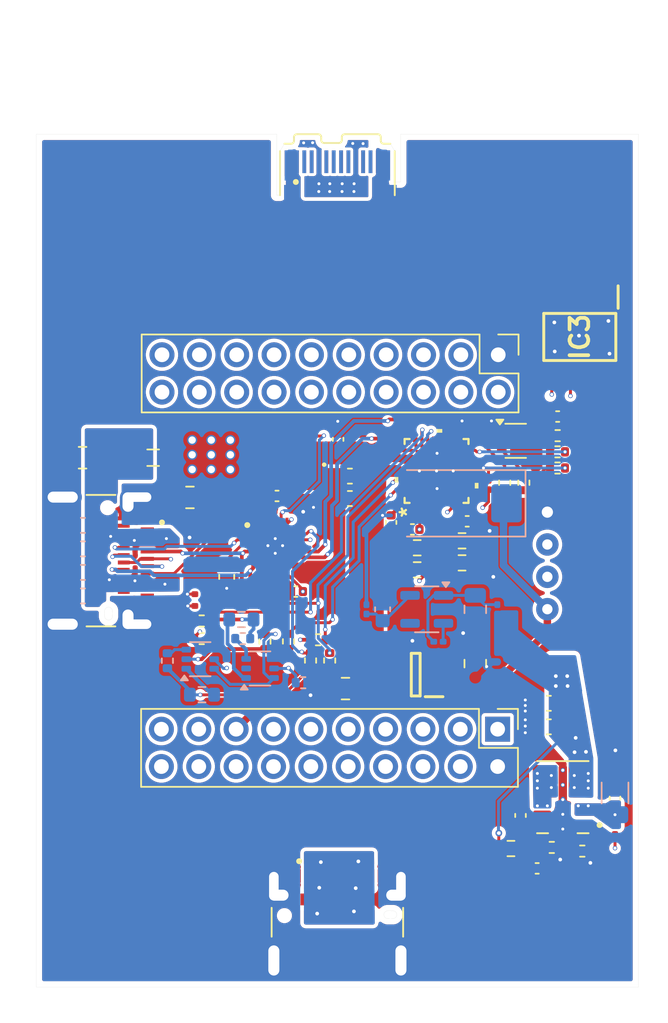
<source format=kicad_pcb>
(kicad_pcb (version 20241229) (generator "pcbnew") (generator_version "9.0")
  (layers (0 "F.Cu" signal) (4 "In1.Cu" signal) (6 "In2.Cu" signal) (2 "B.Cu" signal) (13 "F.Paste" user) (15 "B.Paste" user) (5 "F.SilkS" user "F.Silkscreen") (7 "B.SilkS" user "B.Silkscreen") (1 "F.Mask" user) (3 "B.Mask" user) (25 "Edge.Cuts" user))
  (net 0 "")
  (net 1 "/VBUS_LV")
  (net 2 "GND")
  (net 3 "/VBUS_C")
  (net 4 "+48V")
  (net 5 "Net-(IC2-VBIAS)")
  (net 6 "Net-(PS1-VCC)")
  (net 7 "/EPR_EN")
  (net 8 "/C_CC2")
  (net 9 "/C_SBU2")
  (net 10 "Net-(PS1-FB{slash}BIAS)")
  (net 11 "Net-(IC2-RPD_G2)")
  (net 12 "/C_CC1")
  (net 13 "Net-(IC2-EPR_BLK_G)")
  (net 14 "Net-(IC2-RPD_G1)")
  (net 15 "/C_SBU1")
  (net 16 "Net-(IC1-IN)")
  (net 47 "Net-(U2-VOUT)")
  (net 56 "Net-(U2-VIN)")
  (net 57 "+3V3")
  (net 58 "/CC2")
  (net 60 "/CC1")
  (net 61 "/ADCIN2")
  (net 64 "Net-(IC1-EN)")
  (net 65 "/SBU2")
  (net 67 "/SBU1")
  (net 69 "/I2Cc_SDA")
  (net 70 "/I2Cc_SCL")
  (net 71 "/GPIO4")
  (net 72 "/GPIO5")
  (net 74 "Net-(PS1-SW-Pad5)")
  (net 76 "Net-(PS1-RT)")
  (net 77 "/ADCIN1")
  (net 78 "D00")
  (net 85 "/GPIO_PF")
  (net 86 "/GPIO_NF")
  (net 87 "Net-(U2-EN)")
  (net 88 "/I2Cc_IRQ")
  (net 89 "/GPIO7")
  (net 90 "/GPIO6")
  (net 92 "+1V5")
  (net 94 "+7V")
  (net 95 "+5V")
  (net 97 "/VIN_3V3")
  (net 98 "Net-(R101-Pad2)")
  (net 99 "Net-(R100-Pad1)")
  (net 101 "Net-(Q2A-D)")
  (net 102 "Net-(Q2B-D)")
  (net 103 "Net-(Q2A-G)")
  (net 104 "Net-(Q3B-D)")
  (net 105 "Net-(Q3A-S)")
  (net 106 "Net-(Q9A-S)")
  (net 107 "Net-(Q9B-D)")
  (net 111 "Net-(PS1-EN)")
  (net 112 "/PD_D_P")
  (net 113 "/PD_D_N")
  (net 146 "Net-(Q9A-G)")
  (footprint "Capacitor_SMD:C_0201_0603Metric" (layer "F.Cu") (at 121.45 77.25 180)
    (property "Reference" "C2" (hide yes))
    (property "Value" "100nF")
  )
  (footprint "Resistor_SMD:R_0402_1005Metric" (layer "F.Cu") (at 146.44 73.7)
    (property "Reference" "R7" (hide yes))
    (property "Value" "2.20k")
  )
  (footprint "Resistor_SMD:R_0402_1005Metric" (layer "F.Cu") (at 148.125 99.75)
    (property "Reference" "R28" (hide yes))
    (property "Value" "19.6k")
  )
  (footprint "Resistor_SMD:R_0402_1005Metric" (layer "F.Cu") (at 146.05 99.5)
    (property "Reference" "R29" (hide yes))
    (property "Value" "10.0K")
  )
  (footprint "Capacitor_SMD:C_0805_2012Metric" (layer "F.Cu") (at 114.15 73 180)
    (property "Reference" "C3" (hide yes))
    (property "Value" "4.7uF")
  )
  (footprint "Library:SOT95P280X145-5N" (layer "F.Cu") (at 136.8 87.75 180)
    (property "Reference" "IC1" (hide yes))
    (property "Value" "TPS7A2450DBVR" (hide yes))
  )
  (footprint "Resistor_SMD:R_0201_0603Metric" (layer "F.Cu") (at 125.65 82.4 180)
    (property "Reference" "R10" (hide yes))
    (property "Value" "0")
  )
  (footprint "Capacitor_SMD:C_0402_1005Metric" (layer "F.Cu") (at 150.35 96.15 90)
    (property "Reference" "C22" (hide yes))
    (property "Value" "0.1uF")
  )
  (footprint "Resistor_SMD:R_0201_0603Metric" (layer "F.Cu") (at 139.35 87.7 90)
    (property "Reference" "R22" (hide yes))
    (property "Value" "0")
  )
  (footprint "Library:JAE_DX07P024AJ1R1500" (layer "F.Cu") (at 131.475 51 180)
    (property "Reference" "J2" (hide yes))
    (property "Value" "DX07P024AJ1R1500")
    (fp_line (start 4.125 -4.15) (end 4.125 0) (stroke (width 0.01)) (layer "Edge.Cuts"))
    (fp_line (start 3.9 -1.15) (end 3.9 -4.15) (stroke (width 0.01)) (layer "Edge.Cuts"))
    (fp_line (start 3.9 -4.15) (end 4.125 -4.15) (stroke (width 0.01)) (layer "Edge.Cuts"))
    (fp_line (start 3.6 -0.65) (end 3.9 -1.15) (stroke (width 0.01)) (layer "Edge.Cuts"))
    (fp_line (start 3.6 -0.65) (end 3.15 -0.65) (stroke (width 0.01)) (layer "Edge.Cuts"))
    (fp_line (start 2.95 -0.45) (end 2.95 -0.2) (stroke (width 0.01)) (layer "Edge.Cuts"))
    (fp_line (start 2.75 0) (end 1.3 0) (stroke (width 0.01)) (layer "Edge.Cuts"))
    (fp_line (start 1.1 -0.2) (end 1.1 -0.4) (stroke (width 0.01)) (layer "Edge.Cuts"))
    (fp_line (start 0.9 -0.6) (end -0.1 -0.6) (stroke (width 0.01)) (layer "Edge.Cuts"))
    (fp_line (start -0.3 -0.4) (end -0.3 -0.2) (stroke (width 0.01)) (layer "Edge.Cuts"))
    (fp_line (start -0.5 0) (end -2.75 0) (stroke (width 0.01)) (layer "Edge.Cuts"))
    (fp_line (start -2.95 -0.2) (end -2.95 -0.45) (stroke (width 0.01)) (layer "Edge.Cuts"))
    (fp_line (start -3.15 -0.65) (end -3.6 -0.65) (stroke (width 0.01)) (layer "Edge.Cuts"))
    (fp_line (start -3.6 -0.65) (end -3.9 -1.15) (stroke (width 0.01)) (layer "Edge.Cuts"))
    (fp_line (start -3.9 -1.15) (end -3.9 -3.25) (stroke (width 0.01)) (layer "Edge.Cuts"))
    (fp_line (start -3.9 -3.25) (end -4.3 -3.25) (stroke (width 0.01)) (layer "Edge.Cuts"))
    (fp_line (start -4.3 -3.25) (end -4.3 0) (stroke (width 0.01)) (layer "Edge.Cuts"))
    (fp_arc (start 2.95 -0.2) (mid 2.891421 -0.058579) (end 2.75 0) (stroke (width 0.01)) (layer "Edge.Cuts"))
    (fp_arc (start 2.95 -0.45) (mid 3.008579 -0.591421) (end 3.15 -0.65) (stroke (width 0.01)) (layer "Edge.Cuts"))
    (fp_arc (start 1.3 0) (mid 1.158579 -0.058579) (end 1.1 -0.2) (stroke (width 0.01)) (layer "Edge.Cuts"))
    (fp_arc (start 0.9 -0.6) (mid 1.041421 -0.541421) (end 1.1 -0.4) (stroke (width 0.01)) (layer "Edge.Cuts"))
    (fp_arc (start -0.3 -0.2) (mid -0.358579 -0.058579) (end -0.5 0) (stroke (width 0.01)) (layer "Edge.Cuts"))
    (fp_arc (start -0.3 -0.4) (mid -0.241421 -0.541421) (end -0.1 -0.6) (stroke (width 0.01)) (layer "Edge.Cuts"))
    (fp_arc (start -2.75 0) (mid -2.891421 -0.058579) (end -2.95 -0.2) (stroke (width 0.01)) (layer "Edge.Cuts"))
    (fp_arc (start -3.15 -0.65) (mid -3.008579 -0.591421) (end -2.95 -0.45) (stroke (width 0.01)) (layer "Edge.Cuts"))
  )
  (footprint "Capacitor_SMD:C_0402_1005Metric" (layer "F.Cu") (at 131.525 71.75 90)
    (property "Reference" "C15" (hide yes))
    (property "Value" "0.1uF")
  )
  (footprint "Library:QFN40P300X300X80-21N-D" (layer "F.Cu") (at 127.25 78.98)
    (property "Reference" "IC2" (hide yes))
    (property "Value" "TPD4S480RUKR" (hide yes))
  )
  (footprint "Resistor_SMD:R_0402_1005Metric" (layer "F.Cu") (at 142.85 74.7 90)
    (property "Reference" "R8" (hide yes))
    (property "Value" "10.0k")
  )
  (footprint "Resistor_SMD:R_0603_1608Metric" (layer "F.Cu") (at 139.95 80.15)
    (property "Reference" "R14" (hide yes))
    (property "Value" "100k")
  )
  (footprint "Capacitor_SMD:C_0805_2012Metric" (layer "F.Cu") (at 132.025 88.7 180)
    (property "Reference" "C20" (hide yes))
    (property "Value" "1uF")
  )
  (footprint "Library:CSD18543Q3A" (layer "F.Cu") (at 128.225 72.5 180)
    (property "Reference" "Q1" (hide yes))
    (property "Value" "CSD18543Q3A" (hide yes))
  )
  (footprint "Resistor_SMD:R_0603_1608Metric" (layer "F.Cu") (at 139.95 78.65)
    (property "Reference" "R16" (hide yes))
    (property "Value" "470")
  )
  (footprint "Resistor_SMD:R_0402_1005Metric" (layer "F.Cu") (at 129.65 86.79 -90)
    (property "Reference" "R103" (hide yes))
    (property "Value" "0")
  )
  (footprint "footprints:CONV_TPSM365R15RDNR" (layer "F.Cu") (at 146.8 96.02 180)
    (property "Reference" "PS1" (hide yes))
    (property "Value" "TPSM365R15RDNR")
  )
  (footprint "Resistor_SMD:R_0603_1608Metric" (layer "F.Cu") (at 143.275 99.575)
    (property "Reference" "R24" (hide yes))
    (property "Value" "60.4k")
  )
  (footprint "Resistor_SMD:R_0402_1005Metric" (layer "F.Cu") (at 122.25 85.3 180)
    (property "Reference" "R104" (hide yes))
    (property "Value" "0")
  )
  (footprint "Connector_PinHeader_2.54mm:PinHeader_2x10_P2.54mm_Vertical" (layer "F.Cu") (at 142.41 66 -90)
    (property "Reference" "J3" (hide yes))
    (property "Value" "Conn_02x10_Counter_Clockwise")
  )
  (footprint "Capacitor_SMD:C_0805_2012Metric" (layer "F.Cu") (at 140.85 87 90)
    (property "Reference" "C19" (hide yes))
    (property "Value" "1uF")
  )
  (footprint "Capacitor_SMD:C_0402_1005Metric" (layer "F.Cu") (at 127.37 75.6)
    (property "Reference" "C1" (hide yes))
    (property "Value" "0.1uF")
  )
  (footprint "Package_TO_SOT_SMD:SOT-363_SC-70-6" (layer "F.Cu") (at 143.6 71.85)
    (property "Reference" "Q2" (hide yes))
    (property "Value" "2N7002DW")
  )
  (footprint "Capacitor_SMD:C_0402_1005Metric" (layer "F.Cu") (at 145.055 100.925)
    (property "Reference" "C24" (hide yes))
    (property "Value" "10pF")
  )
  (footprint "Resistor_SMD:R_0402_1005Metric" (layer "F.Cu") (at 128.15 85.49 -90)
    (property "Reference" "R98" (hide yes))
    (property "Value" "0")
  )
  (footprint "Capacitor_SMD:C_0603_1608Metric" (layer "F.Cu") (at 123.95 81.105 -90)
    (property "Reference" "C11" (hide yes))
    (property "Value" "0.47uF")
  )
  (footprint "Resistor_SMD:R_0402_1005Metric" (layer "F.Cu") (at 130.16 85.38)
    (property "Reference" "R107" (hide yes))
    (property "Value" "0")
  )
  (footprint "Library:SOIC127P600X175-8N" (layer "F.Cu") (at 147.955 64.788 -90)
    (property "Reference" "IC3")
    (property "Value" "CAT24C512WI-GT3" (hide yes))
  )
  (footprint "Resistor_SMD:R_0201_0603Metric" (layer "F.Cu") (at 122.105 83.08)
    (property "Reference" "R19" (hide yes))
    (property "Value" "0")
  )
  (footprint "Resistor_SMD:R_0201_0603Metric" (layer "F.Cu") (at 122.105 82.28 180)
    (property "Reference" "R17" (hide yes))
    (property "Value" "0")
  )
  (footprint "Capacitor_SMD:C_0402_1005Metric" (layer "F.Cu") (at 136.575 77.875 180)
    (property "Reference" "C16" (hide yes))
    (property "Value" "10uF")
  )
  (footprint "Resistor_SMD:R_0201_0603Metric" (layer "F.Cu") (at 150.35 98.3 90)
    (property "Reference" "R23" (hide yes))
    (property "Value" "0")
  )
  (footprint "Capacitor_SMD:C_0402_1005Metric" (layer "F.Cu") (at 128.65 82.1 180)
    (property "Reference" "C10" (hide yes))
    (property "Value" "0.1uF")
  )
  (footprint "Capacitor_SMD:C_0603_1608Metric" (layer "F.Cu") (at 132.325 74.25 180)
    (property "Reference" "C14" (hide yes))
    (property "Value" "10uF")
  )
  (footprint "Resistor_SMD:R_0402_1005Metric" (layer "F.Cu") (at 144.15 74.7 90)
    (property "Reference" "R2" (hide yes))
    (property "Value" "1.00k")
  )
  (footprint "Resistor_SMD:R_0402_1005Metric" (layer "F.Cu") (at 146.44 72.6)
    (property "Reference" "R6" (hide yes))
    (property "Value" "2.20k")
  )
  (footprint "Resistor_SMD:R_0603_1608Metric" (layer "F.Cu") (at 136.9 80.625 180)
    (property "Reference" "R13" (hide yes))
    (property "Value" "470")
  )
  (footprint "Library:fakemag4pin90degFemale" (layer "F.Cu") (at 145.75 80 180)
    (property "Reference" "U26" (hide yes))
    (property "Value" "fakeMag4pinFemale")
  )
  (footprint "Connector_PinHeader_2.54mm:PinHeader_2x10_P2.54mm_Vertical" (layer "F.Cu") (at 142.37 91.46 -90)
    (property "Reference" "J4" (hide yes))
    (property "Value" "Conn_02x10_Counter_Clockwise")
  )
  (footprint "Capacitor_SMD:C_0201_0603Metric" (layer "F.Cu") (at 135.1 71.9 90)
    (property "Reference" "C8" (hide yes))
    (property "Value" "220pF")
  )
  (footprint "Capacitor_SMD:C_0603_1608Metric" (layer "F.Cu") (at 145.85 91.3 180)
    (property "Reference" "C26" (hide yes))
    (property "Value" "22uF")
  )
  (footprint "Resistor_SMD:R_0402_1005Metric" (layer "F.Cu") (at 130.95 86.79 -90)
    (property "Reference" "R99" (hide yes))
    (property "Value" "0")
  )
  (footprint "Capacitor_SMD:C_0402_1005Metric" (layer "F.Cu") (at 146.45 70.2 180)
    (property "Reference" "C12" (hide yes))
    (property "Value" "0.1uF")
  )
  (footprint "Library:JAE_DX07S024JJ2R1300" (layer "F.Cu") (at 115.85 80 -90)
    (property "Reference" "J5" (hide yes))
    (property "Value" "DX07S024JJ2R1300")
    (fp_line (start 3.775 0.2) (end 3.425 0.2) (stroke (width 0.01)) (layer "Edge.Cuts"))
    (fp_line (start 3.425 -0.33) (end 3.775 -0.33) (stroke (width 0.01)) (layer "Edge.Cuts"))
    (fp_arc (start 3.425 0.2) (mid 3.237617 0.122383) (end 3.16 -0.065) (stroke (width 0.01)) (layer "Edge.Cuts"))
    (fp_arc (start 3.16 -0.065) (mid 3.237617 -0.252383) (end 3.425 -0.33) (stroke (width 0.01)) (layer "Edge.Cuts"))
    (fp_arc (start 4.04 -0.065) (mid 3.962383 0.122383) (end 3.775 0.2) (stroke (width 0.01)) (layer "Edge.Cuts"))
    (fp_arc (start 3.775 -0.33) (mid 3.962383 -0.252383) (end 4.04 -0.065) (stroke (width 0.01)) (layer "Edge.Cuts"))
  )
  (footprint "Resistor_SMD:R_0402_1005Metric" (layer "F.Cu") (at 122.25 84.1 180)
    (property "Reference" "R100" (hide yes))
    (property "Value" "0")
  )
  (footprint "footprints:VQFN32_RSM_TEX" (layer "F.Cu") (at 138.2161 73.9 90)
    (property "Reference" "U1" (hide yes))
    (property "Value" "TPS26750SRSMR")
  )
  (footprint "Inductor_SMD:L_0805_2012Metric" (layer "F.Cu") (at 118.95 73 180)
    (property "Reference" "FB1" (hide yes))
    (property "Value" "22 ohm")
  )
  (footprint "Capacitor_SMD:C_0201_0603Metric" (layer "F.Cu") (at 136.2 70.9 180)
    (property "Reference" "C9" (hide yes))
    (property "Value" "220pF")
  )
  (footprint "Capacitor_SMD:C_0402_1005Metric" (layer "F.Cu") (at 140.3 77.325)
    (property "Reference" "C17" (hide yes))
    (property "Value" "10uF")
  )
  (footprint "Library:JAE_DX07S024JJ2R1300" (layer "F.Cu") (at 131.475 104.1375)
    (property "Reference" "J6" (hide yes))
    (property "Value" "DX07S024JJ2R1300")
    (fp_line (start 3.425 -0.33) (end 3.775 -0.33) (stroke (width 0.01)) (layer "Edge.Cuts"))
    (fp_line (start 3.775 0.2) (end 3.425 0.2) (stroke (width 0.01)) (layer "Edge.Cuts"))
    (fp_arc (start 3.16 -0.065) (mid 3.237617 -0.252383) (end 3.425 -0.33) (stroke (width 0.01)) (layer "Edge.Cuts"))
    (fp_arc (start 3.425 0.2) (mid 3.237617 0.122383) (end 3.16 -0.065) (stroke (width 0.01)) (layer "Edge.Cuts"))
    (fp_arc (start 3.775 -0.33) (mid 3.962383 -0.252383) (end 4.04 -0.065) (stroke (width 0.01)) (layer "Edge.Cuts"))
    (fp_arc (start 4.04 -0.065) (mid 3.962383 0.122383) (end 3.775 0.2) (stroke (width 0.01)) (layer "Edge.Cuts"))
  )
  (footprint "Resistor_SMD:R_0201_0603Metric" (layer "F.Cu") (at 141.75 74.855 -90)
    (property "Reference" "R12" (hide yes))
    (property "Value" "100k")
  )
  (footprint "Capacitor_SMD:C_0402_1005Metric" (layer "F.Cu") (at 143.925 97.325 90)
    (property "Reference" "C23" (hide yes))
    (property "Value" "1uF")
  )
  (footprint "Resistor_SMD:R_0402_1005Metric" (layer "F.Cu") (at 126.55 85.5 -90)
    (property "Reference" "R97" (hide yes))
    (property "Value" "100k")
  )
  (footprint "Capacitor_SMD:C_0402_1005Metric" (layer "F.Cu") (at 135.125 77.4 -90)
    (property "Reference" "C18" (hide yes))
    (property "Value" "10uF")
  )
  (footprint "Resistor_SMD:R_0402_1005Metric" (layer "F.Cu") (at 146.45 71.5 180)
    (property "Reference" "R1" (hide yes))
    (property "Value" "1.00k")
  )
  (footprint "Capacitor_SMD:C_0805_2012Metric" (layer "F.Cu") (at 121.45 75.7 180)
    (property "Reference" "C80" (hide yes))
    (property "Value" "4.7uF")
  )
  (footprint "Resistor_SMD:R_0603_1608Metric" (layer "F.Cu") (at 136.9 79.125 180)
    (property "Reference" "R15" (hide yes))
    (property "Value" "100k")
  )
  (footprint "Capacitor_SMD:C_0603_1608Metric" (layer "F.Cu") (at 145.85 89.7 180)
    (property "Reference" "C25" (hide yes))
    (property "Value" "22uF")
  )
  (footprint "Resistor_SMD:R_0201_0603Metric" (layer "F.Cu") (at 125.85 81.6 180)
    (property "Reference" "R11" (hide yes))
    (property "Value" "0")
  )
  (footprint "Capacitor_SMD:C_0603_1608Metric" (layer "F.Cu") (at 132.325 75.775 180)
    (property "Reference" "C13" (hide yes))
    (property "Value" "10uF")
  )
  (footprint "Capacitor_SMD:C_0603_1608Metric" (layer "B.Cu") (at 114.175 79.2 180)
    (property "Reference" "C5" (hide yes))
    (property "Value" "10nF")
  )
  (footprint "Capacitor_SMD:C_0603_1608Metric" (layer "B.Cu") (at 114.175 82.4 180)
    (property "Reference" "C7" (hide yes))
    (property "Value" "10nF")
  )
  (footprint "Resistor_SMD:R_0402_1005Metric" (layer "B.Cu") (at 119.917211 86.805138 90)
    (property "Reference" "R105" (hide yes))
    (property "Value" "1.00M")
  )
  (footprint "Resistor_SMD:R_0603_1608Metric" (layer "B.Cu") (at 122.269972 89.114491 180)
    (property "Reference" "R101" (hide yes))
    (property "Value" "101")
  )
  (footprint "Capacitor_SMD:C_1206_3216Metric" (layer "B.Cu") (at 150.35 95.8 90)
    (property "Reference" "C21" (hide yes))
    (property "Value" "2.2uF")
  )
  (footprint "Resistor_SMD:R_0201_0603Metric" (layer "B.Cu") (at 138.345 85.51)
    (property "Reference" "R27" (hide yes))
    (property "Value" "0")
  )
  (footprint "Resistor_SMD:R_0603_1608Metric" (layer "B.Cu") (at 124.95 84)
    (property "Reference" "R102" (hide yes))
    (property "Value" "249k")
  )
  (footprint "Resistor_SMD:R_0201_0603Metric" (layer "B.Cu") (at 142.35 86.565 -90)
    (property "Reference" "R21" (hide yes))
    (property "Value" "0")
  )
  (footprint "Capacitor_SMD:C_0805_2012Metric" (layer "B.Cu") (at 140.85 83.31 -90)
    (property "Reference" "C28" (hide yes))
    (property "Value" "1uF")
  )
  (footprint "Resistor_SMD:R_0201_0603Metric" (layer "B.Cu") (at 133.45 83.31 90)
    (property "Reference" "R26" (hide yes))
    (property "Value" "0")
  )
  (footprint "Resistor_SMD:R_0402_1005Metric" (layer "B.Cu") (at 125.04 85.3 180)
    (property "Reference" "R106" (hide yes))
    (property "Value" "1.00M")
  )
  (footprint "Capacitor_Tantalum_SMD:CP_EIA-7343-15_Kemet-W" (layer "B.Cu") (at 139.85 76.1 180)
    (property "Reference" "C30" (hide yes))
    (property "Value" "1000uF")
  )
  (footprint "Capacitor_SMD:C_0603_1608Metric" (layer "B.Cu") (at 114.175 77.6 180)
    (property "Reference" "C4" (hide yes))
    (property "Value" "10nF")
  )
  (footprint "Resistor_SMD:R_0402_1005Metric" (layer "B.Cu") (at 129.15 88.3)
    (property "Reference" "R108" (hide yes))
    (property "Value" "100k")
  )
  (footprint "Package_TO_SOT_SMD:SOT-23-5" (layer "B.Cu") (at 137.55 83.31 180)
    (property "Reference" "U2" (hide yes))
    (property "Value" "TPS76333")
  )
  (footprint "Resistor_SMD:R_0201_0603Metric" (layer "B.Cu") (at 142.35 83.31 90)
    (property "Reference" "R25" (hide yes))
    (property "Value" "0")
  )
  (footprint "Capacitor_SMD:C_0603_1608Metric" (layer "B.Cu") (at 114.175 80.8 180)
    (property "Reference" "C6" (hide yes))
    (property "Value" "10nF")
  )
  (footprint "Capacitor_SMD:C_0603_1608Metric" (layer "B.Cu") (at 134.55 83.31 90)
    (property "Reference" "C27" (hide yes))
    (property "Value" "2.2uF")
  )
  (footprint "Package_TO_SOT_SMD:SOT-363_SC-70-6" (layer "B.Cu") (at 122.15 86.7)
    (property "Reference" "Q9" (hide yes))
    (property "Value" "2N7002DW")
  )
  (footprint "Package_TO_SOT_SMD:SOT-363_SC-70-6" (layer "B.Cu") (at 126.22 87.33)
    (property "Reference" "Q3" (hide yes))
    (property "Value" "2N7002DW")
  )
  (gr_line (start 151.95 51) (end 135.775 51) (stroke (width 0.01)) (layer "Edge.Cuts"))
  (gr_line (start 111 51) (end 127.35 51) (stroke (width 0.01)) (layer "Edge.Cuts"))
  (gr_line (start 151.95 109) (end 111 109) (stroke (width 0.01)) (layer "Edge.Cuts"))
  (gr_line (start 111 109) (end 111 51) (stroke (width 0.01)) (layer "Edge.Cuts"))
  (gr_line (start 151.95 51) (end 151.95 109) (stroke (width 0.01)) (layer "Edge.Cuts"))
  (segment (start 129.75 73.5) (end 129.775 73.475) (width 0.2) (layer "F.Cu") (net 1))
  (segment (start 126.85 77.48) (end 126.85 75.64) (width 0.2) (layer "F.Cu") (net 1))
  (segment (start 126.85 75.64) (end 126.89 75.6) (width 0.2) (layer "F.Cu") (net 1))
  (segment (start 126.89 75.6) (end 127.89 74.6) (width 0.2) (layer "F.Cu") (net 1))
  (segment (start 127.89 74.6) (end 129.75 74.6) (width 0.2) (layer "F.Cu") (net 1))
  (segment (start 129.75 74.6) (end 129.75 73.5) (width 0.2) (layer "F.Cu") (net 1))
  (segment (start 113.2 73) (end 113.2 75.48) (width 0.2) (layer "F.Cu") (net 2))
  (segment (start 146.8 93.85) (end 145.075 92.125) (width 0.508) (layer "F.Cu") (net 2))
  (segment (start 138.816099 71.9339) (end 138.816099 72.512499) (width 0.2) (layer "F.Cu") (net 2))
  (segment (start 139.55 74.1) (end 139.35 73.9) (width 0.2) (layer "F.Cu") (net 2))
  (segment (start 146.8 94.25) (end 146.8 93.85) (width 0.508) (layer "F.Cu") (net 2))
  (segment (start 138.628598 72.7) (end 138.25 72.7) (width 0.2) (layer "F.Cu") (net 2))
  (segment (start 145.075 90.525) (end 145.05 90.55) (width 0.508) (layer "F.Cu") (net 2))
  (segment (start 139.35 73.553602) (end 139.603601 73.300001) (width 0.2) (layer "F.Cu") (net 2))
  (segment (start 128.75 78.98) (end 127.75 78.98) (width 0.2) (layer "F.Cu") (net 2))
  (segment (start 139.35 73.9) (end 139.35 73.553602) (width 0.2) (layer "F.Cu") (net 2))
  (segment (start 139.603601 73.300001) (end 140.1822 73.300001) (width 0.2) (layer "F.Cu") (net 2))
  (segment (start 145.075 89.7) (end 145.075 90.525) (width 0.508) (layer "F.Cu") (net 2))
  (segment (start 113.2 75.48) (end 113 75.68) (width 0.2) (layer "F.Cu") (net 2))
  (segment (start 145.05 91.275) (end 145.075 91.3) (width 0.508) (layer "F.Cu") (net 2))
  (segment (start 145.05 90.55) (end 145.05 91.275) (width 0.508) (layer "F.Cu") (net 2))
  (segment (start 145.075 92.125) (end 145.075 91.3) (width 0.508) (layer "F.Cu") (net 2))
  (segment (start 127.25 80.48) (end 127.25 81.18) (width 0.2) (layer "F.Cu") (net 2))
  (segment (start 140.1822 74.1) (end 139.55 74.1) (width 0.2) (layer "F.Cu") (net 2))
  (segment (start 127.25 77.48) (end 127.25 78.5) (width 0.2) (layer "F.Cu") (net 2))
  (segment (start 127.25 80.48) (end 127.25 79.5) (width 0.2) (layer "F.Cu") (net 2))
  (segment (start 127.25 81.18) (end 128.17 82.1) (width 0.2) (layer "F.Cu") (net 2))
  (segment (start 138.816099 72.512499) (end 138.628598 72.7) (width 0.2) (layer "F.Cu") (net 2))
  (via (at 129.15 76.675) (size 0.4572) (drill 0.254) (layers "F.Cu" "B.Cu") (net 2))
  (via (at 138.25 75.1) (size 0.3) (drill 0.2) (layers "F.Cu" "B.Cu") (net 2))
  (via (at 131.5 70.525) (size 0.3) (drill 0.2) (layers "F.Cu" "B.Cu") (net 2))
  (via (at 142.075 81.1) (size 0.4572) (drill 0.254) (layers "F.Cu" "B.Cu") (net 2))
  (via (at 137.05 73.9) (size 0.3) (drill 0.2) (layers "F.Cu" "B.Cu") (net 2))
  (via (at 127.75 78.98) (size 0.3) (drill 0.2) (layers "F.Cu" "B.Cu") (net 2))
  (via (at 144.25 91.25) (size 0.3) (drill 0.2) (layers "F.Cu" "B.Cu") (net 2))
  (via (at 127.25 79.5) (size 0.3) (drill 0.2) (layers "F.Cu" "B.Cu") (net 2))
  (via (at 127.25 78.5) (size 0.3) (drill 0.2) (layers "F.Cu" "B.Cu") (net 2))
  (via (at 144.25 91.7) (size 0.3) (drill 0.2) (layers "F.Cu" "B.Cu") (net 2))
  (via (at 138.2161 73.9) (size 0.3) (drill 0.2) (layers "F.Cu" "B.Cu") (net 2))
  (via (at 121.425 78.425) (size 0.4572) (drill 0.254) (layers "F.Cu" "B.Cu") (net 2))
  (via (at 144.25 89.85) (size 0.3) (drill 0.2) (layers "F.Cu" "B.Cu") (net 2))
  (via (at 147.9 64.7) (size 0.4572) (drill 0.254) (layers "F.Cu" "B.Cu") (net 2))
  (via (at 146.25 65.775) (size 0.4572) (drill 0.254) (layers "F.Cu" "B.Cu") (net 2))
  (via (at 149.9 63.7) (size 0.4572) (drill 0.254) (layers "F.Cu" "B.Cu") (net 2))
  (via (at 146.625 100.325) (size 0.4572) (drill 0.254) (layers "F.Cu" "B.Cu") (net 2))
  (via (at 141.825 77.975) (size 0.4572) (drill 0.254) (layers "F.Cu" "B.Cu") (net 2))
  (via (at 129.85 76.375) (size 0.3) (drill 0.2) (layers "F.Cu" "B.Cu") (net 2))
  (via (at 140.025 84.925) (size 0.4572) (drill 0.254) (layers "F.Cu" "B.Cu") (net 2))
  (via (at 150.375 92.9) (size 0.4572) (drill 0.254) (layers "F.Cu" "B.Cu") (net 2))
  (via (at 144.25 90.825) (size 0.3) (drill 0.2) (layers "F.Cu" "B.Cu") (net 2))
  (via (at 144.25 90.225) (size 0.3) (drill 0.2) (layers "F.Cu" "B.Cu") (net 2))
  (via (at 139.35 73.9) (size 0.3) (drill 0.2) (layers "F.Cu" "B.Cu") (net 2))
  (via (at 136.575 85.45) (size 0.4572) (drill 0.254) (layers "F.Cu" "B.Cu") (net 2))
  (via (at 139.95 70.5) (size 0.3) (drill 0.2) (layers "F.Cu" "B.Cu") (net 2))
  (via (at 123.95 81.88) (size 0.3) (drill 0.2) (layers "F.Cu" "B.Cu") (net 2))
  (via (at 138.25 72.7) (size 0.3) (drill 0.2) (layers "F.Cu" "B.Cu") (net 2))
  (via (at 149.975 65.925) (size 0.4572) (drill 0.254) (layers "F.Cu" "B.Cu") (net 2))
  (via (at 126.75 78.98) (size 0.3) (drill 0.2) (layers "F.Cu" "B.Cu") (net 2))
  (via (at 144.25 89.475) (size 0.3) (drill 0.2) (layers "F.Cu" "B.Cu") (net 2))
  (via (at 141.95 70.5) (size 0.3) (drill 0.2) (layers "F.Cu" "B.Cu") (net 2))
  (via (at 148.675 100.55) (size 0.4572) (drill 0.254) (layers "F.Cu" "B.Cu") (net 2))
  (via (at 146.225 63.8) (size 0.4572) (drill 0.254) (layers "F.Cu" "B.Cu") (net 2))
  (via (at 129.65 89.15) (size 0.4572) (drill 0.254) (layers "F.Cu" "B.Cu") (net 2))
  (segment (start 113.4 76.08) (end 113 75.68) (width 0.2) (layer "B.Cu") (net 2))
  (segment (start 113.4 77.6) (end 113.4 76.08) (width 0.2) (layer "B.Cu") (net 2))
  (segment (start 113.4 80.8) (end 113.4 83.92) (width 0.2) (layer "B.Cu") (net 2))
  (segment (start 113.225 84.545) (end 113 84.32) (width 0.2) (layer "B.Cu") (net 2))
  (segment (start 113.4 83.92) (end 113 84.32) (width 0.2) (layer "B.Cu") (net 2))
  (segment (start 113.4 79.2) (end 113.4 77.6) (width 0.2) (layer "B.Cu") (net 2))
  (segment (start 127.25 79.65) (end 127.25 79.5) (width 0.4064) (layer "B.Cu") (net 2))
  (segment (start 125.02 81.88) (end 127.25 79.65) (width 0.4064) (layer "B.Cu") (net 2))
  (segment (start 113.225 86.6) (end 113.225 84.545) (width 0.2) (layer "B.Cu") (net 2))
  (segment (start 123.95 81.88) (end 125.02 81.88) (width 0.4064) (layer "B.Cu") (net 2))
  (segment (start 113.4 80.8) (end 113.4 79.2) (width 0.2) (layer "B.Cu") (net 2))
  (segment (start 119.75 81.6) (end 119.525 81.375) (width 0.2) (layer "F.Cu") (net 3))
  (segment (start 116.11 78.4) (end 116.35 78.4) (width 0.2) (layer "F.Cu") (net 3))
  (segment (start 117.775 78.625) (end 118.025 78.875) (width 0.2) (layer "F.Cu") (net 3))
  (segment (start 116.15 81.12) (end 116.52 81.12) (width 0.2) (layer "F.Cu") (net 3))
  (segment (start 118.125 81.375) (end 118.12 81.37) (width 0.2) (layer "F.Cu") (net 3))
  (segment (start 117.465 81.125) (end 117.71 81.37) (width 0.2) (layer "F.Cu") (net 3))
  (segment (start 116.525 81.125) (end 117.465 81.125) (width 0.2) (layer "F.Cu") (net 3))
  (segment (start 119.525 81.375) (end 118.125 81.375) (width 0.2) (layer "F.Cu") (net 3))
  (segment (start 116.575 78.625) (end 117.775 78.625) (width 0.2) (layer "F.Cu") (net 3))
  (segment (start 116.52 81.12) (end 116.525 81.125) (width 0.2) (layer "F.Cu") (net 3))
  (segment (start 115.97 81.3) (end 116.15 81.12) (width 0.2) (layer "F.Cu") (net 3))
  (segment (start 116.35 78.4) (end 116.575 78.625) (width 0.2) (layer "F.Cu") (net 3))
  (segment (start 119.475 78.875) (end 119.85 78.5) (width 0.2) (layer "F.Cu") (net 3))
  (segment (start 116.06 78.35) (end 116.11 78.4) (width 0.2) (layer "F.Cu") (net 3))
  (segment (start 118.025 78.875) (end 119.475 78.875) (width 0.2) (layer "F.Cu") (net 3))
  (segment (start 118.12 81.37) (end 117.71 81.37) (width 0.2) (layer "F.Cu") (net 3))
  (via (at 119.75 81.6) (size 0.3) (drill 0.2) (layers "F.Cu" "B.Cu") (net 3))
  (via (at 119.85 78.5) (size 0.3) (drill 0.2) (layers "F.Cu" "B.Cu") (net 3))
  (via (at 117.71 81.37) (size 0.3) (drill 0.2) (layers "F.Cu" "B.Cu") (net 3))
  (via (at 115.97 81.3) (size 0.3) (drill 0.2) (layers "F.Cu" "B.Cu") (net 3))
  (via (at 117.67 78.625) (size 0.3) (drill 0.2) (layers "F.Cu" "B.Cu") (net 3))
  (via (at 116.06 78.35) (size 0.3) (drill 0.2) (layers "F.Cu" "B.Cu") (net 3))
  (segment (start 114.95 82.4) (end 114.95 80.8) (width 0.2) (layer "B.Cu") (net 3))
  (segment (start 115.97 81.3) (end 115.45 81.3) (width 0.2) (layer "B.Cu") (net 3))
  (segment (start 115.45 81.3) (end 114.95 80.8) (width 0.2) (layer "B.Cu") (net 3))
  (segment (start 119.52 81.37) (end 117.71 81.37) (width 0.2) (layer "B.Cu") (net 3))
  (segment (start 116.06 78.35) (end 115.21 79.2) (width 0.2) (layer "B.Cu") (net 3))
  (segment (start 115.21 79.2) (end 114.95 79.2) (width 0.2) (layer "B.Cu") (net 3))
  (segment (start 114.95 80.8) (end 114.95 79.2) (width 0.2) (layer "B.Cu") (net 3))
  (segment (start 114.95 79.2) (end 114.95 77.6) (width 0.2) (layer "B.Cu") (net 3))
  (segment (start 119.75 81.6) (end 119.52 81.37) (width 0.2) (layer "B.Cu") (net 3))
  (segment (start 132.6 102.3915) (end 132.6 103.0375) (width 0.254) (layer "F.Cu") (net 4))
  (segment (start 130.1 102.3835) (end 130.24175 102.24175) (width 0.254) (layer "F.Cu") (net 4))
  (segment (start 132.72075 102.27075) (end 132.6 102.3915) (width 0.254) (layer "F.Cu") (net 4))
  (segment (start 121.77 76.33) (end 122.4 75.7) (width 0.254) (layer "F.Cu") (net 4))
  (segment (start 130.1 103.0375) (end 130.1 102.3835) (width 0.254) (layer "F.Cu") (net 4))
  (segment (start 150.35 98.62) (end 150.35 99.55) (width 0.2) (layer "F.Cu") (net 4))
  (segment (start 132.6 103.0375) (end 132.6 103.85) (width 0.254) (layer "F.Cu") (net 4))
  (segment (start 130.35 101.4375) (end 130.35 100.5) (width 0.254) (layer "F.Cu") (net 4))
  (segment (start 132.85 102.1415) (end 132.72075 102.27075) (width 0.254) (layer "F.Cu") (net 4))
  (segment (start 130.1 103.0375) (end 130.1 104) (width 0.254) (layer "F.Cu") (net 4))
  (segment (start 130.35 102.1335) (end 130.35 101.4375) (width 0.254) (layer "F.Cu") (net 4))
  (segment (start 132.85 101.4375) (end 132.85 100.5) (width 0.254) (layer "F.Cu") (net 4))
  (segment (start 132.85 100.5) (end 132.9 100.45) (width 0.254) (layer "F.Cu") (net 4))
  (segment (start 132.85 101.4375) (end 132.85 102.1415) (width 0.254) (layer "F.Cu") (net 4))
  (segment (start 121.77 77.25) (end 121.77 76.33) (width 0.254) (layer "F.Cu") (net 4))
  (segment (start 130.24175 102.24175) (end 130.35 102.1335) (width 0.254) (layer "F.Cu") (net 4))
  (via (at 131.79 54.9) (size 0.3) (drill 0.2) (layers "F.Cu" "B.Cu") (net 4))
  (via (at 130.1 104) (size 0.4572) (drill 0.254) (layers "F.Cu" "B.Cu") (net 4))
  (via (at 132.52 51.63) (size 0.3) (drill 0.2) (layers "F.Cu" "B.Cu") (net 4))
  (via (at 150.35 99.55) (size 0.3) (drill 0.2) (layers "F.Cu" "B.Cu") (net 4))
  (via (at 129.18 51.59) (size 0.3) (drill 0.2) (layers "F.Cu" "B.Cu") (net 4))
  (via (at 132.9 100.45) (size 0.4572) (drill 0.254) (layers "F.Cu" "B.Cu") (net 4))
  (via (at 122.9 73.8) (size 0.7) (drill 0.5) (layers "F.Cu" "B.Cu") (net 4))
  (via (at 132.61 54.37) (size 0.3) (drill 0.2) (layers "F.Cu" "B.Cu") (net 4))
  (via (at 132.6 54.9) (size 0.3) (drill 0.2) (layers "F.Cu" "B.Cu") (net 4))
  (via (at 130.21 54.9) (size 0.3) (drill 0.2) (layers "F.Cu" "B.Cu") (net 4))
  (via (at 130.35 100.5) (size 0.4572) (drill 0.254) (layers "F.Cu" "B.Cu") (net 4))
  (via (at 130.22 54.37) (size 0.3) (drill 0.2) (layers "F.Cu" "B.Cu") (net 4))
  (via (at 121.6 71.8) (size 0.7) (drill 0.5) (layers "F.Cu" "B.Cu") (net 4))
  (via (at 122.9 72.8) (size 0.7) (drill 0.5) (layers "F.Cu" "B.Cu") (net 4))
  (via (at 124.2 72.8) (size 0.7) (drill 0.5) (layers "F.Cu" "B.Cu") (net 4))
  (via (at 130.24175 102.24175) (size 0.4572) (drill 0.254) (layers "F.Cu" "B.Cu") (net 4))
  (via (at 124.2 71.8) (size 0.7) (drill 0.5) (layers "F.Cu" "B.Cu") (net 4))
  (via (at 129.79 51.58) (size 0.3) (drill 0.2) (layers "F.Cu" "B.Cu") (net 4))
  (via (at 131.8 54.37) (size 0.3) (drill 0.2) (layers "F.Cu" "B.Cu") (net 4))
  (via (at 130.95 54.9) (size 0.3) (drill 0.2) (layers "F.Cu" "B.Cu") (net 4))
  (via (at 130.96 54.37) (size 0.3) (drill 0.2) (layers "F.Cu" "B.Cu") (net 4))
  (via (at 121.6 73.8) (size 0.7) (drill 0.5) (layers "F.Cu" "B.Cu") (net 4))
  (via (at 132.72075 102.27075) (size 0.4572) (drill 0.254) (layers "F.Cu" "B.Cu") (net 4))
  (via (at 122.9 71.8) (size 0.7) (drill 0.5) (layers "F.Cu" "B.Cu") (net 4))
  (via (at 132.6 103.85) (size 0.4572) (drill 0.254) (layers "F.Cu" "B.Cu") (net 4))
  (via (at 124.2 73.8) (size 0.7) (drill 0.5) (layers "F.Cu" "B.Cu") (net 4))
  (via (at 133.22 51.64) (size 0.3) (drill 0.2) (layers "F.Cu" "B.Cu") (net 4))
  (via (at 121.6 72.8) (size 0.7) (drill 0.5) (layers "F.Cu" "B.Cu") (net 4))
  (segment (start 130.35 102.1335) (end 130.24175 102.24175) (width 0.508) (layer "B.Cu") (net 4))
  (segment (start 132.6 103.85) (end 132.6 102.3915) (width 0.508) (layer "B.Cu") (net 4))
  (segment (start 130.1 102.3835) (end 130.24175 102.24175) (width 0.508) (layer "B.Cu") (net 4))
  (segment (start 130.35 100.5) (end 130.35 102.1335) (width 0.508) (layer "B.Cu") (net 4))
  (segment (start 132.6 102.3915) (end 132.72075 102.27075) (width 0.508) (layer "B.Cu") (net 4))
  (segment (start 132.72075 102.27075) (end 132.72075 100.62925) (width 0.508) (layer "B.Cu") (net 4))
  (segment (start 132.72075 100.62925) (end 132.9 100.45) (width 0.508) (layer "B.Cu") (net 4))
  (segment (start 130.1 104) (end 130.1 102.3835) (width 0.508) (layer "B.Cu") (net 4))
  (segment (start 125.75 78.98) (end 124.92 78.98) (width 0.2) (layer "F.Cu") (net 5))
  (segment (start 124.92 78.98) (end 123.95 79.95) (width 0.2) (layer "F.Cu") (net 5))
  (segment (start 123.95 79.95) (end 123.95 80.33) (width 0.2) (layer "F.Cu") (net 5))
  (segment (start 145.4125 97.98) (end 144.1 97.98) (width 0.2) (layer "F.Cu") (net 6))
  (segment (start 144.1 97.98) (end 143.925 97.805) (width 0.2) (layer "F.Cu") (net 6))
  (segment (start 138.982202 76.7) (end 139.216101 76.466101) (width 0.2) (layer "F.Cu") (net 7))
  (segment (start 128.07 77.48) (end 128.35 77.2) (width 0.2) (layer "F.Cu") (net 7))
  (segment (start 128.05 77.48) (end 128.07 77.48) (width 0.2) (layer "F.Cu") (net 7))
  (segment (start 138.95 76.7) (end 138.982202 76.7) (width 0.2) (layer "F.Cu") (net 7))
  (segment (start 139.216101 76.466101) (end 139.216101 75.8661) (width 0.2) (layer "F.Cu") (net 7))
  (via (at 128.35 77.2) (size 0.3) (drill 0.2) (layers "F.Cu" "B.Cu") (net 7))
  (via (at 138.95 76.7) (size 0.3) (drill 0.2) (layers "F.Cu" "B.Cu") (net 7))
  (segment (start 125.55 80.7) (end 125.75 80.5) (width 0.254) (layer "F.Cu") (net 8))
  (segment (start 125.55 80.7) (end 125.55 81.58) (width 0.254) (layer "F.Cu") (net 8))
  (segment (start 116.175 80.625) (end 116.15 80.6) (width 0.254) (layer "F.Cu") (net 8))
  (segment (start 125.75 80.5) (end 125.75 79.78) (width 0.254) (layer "F.Cu") (net 8))
  (segment (start 117.15 80.625) (end 116.175 80.625) (width 0.254) (layer "F.Cu") (net 8))
  (segment (start 125.55 81.58) (end 125.53 81.6) (width 0.254) (layer "F.Cu") (net 8))
  (via (at 116.15 80.6) (size 0.3) (drill 0.2) (layers "F.Cu" "B.Cu") (net 8))
  (via (at 125.55 80.7) (size 0.3) (drill 0.2) (layers "F.Cu" "B.Cu") (net 8))
  (segment (start 116.15 80.6) (end 116.4 80.6) (width 0.254) (layer "B.Cu") (net 8))
  (segment (start 118.725 80.725) (end 119 81) (width 0.254) (layer "B.Cu") (net 8))
  (segment (start 125.25 81) (end 125.55 80.7) (width 0.254) (layer "B.Cu") (net 8))
  (segment (start 119 81) (end 125.25 81) (width 0.254) (layer "B.Cu") (net 8))
  (segment (start 116.4 80.6) (end 116.525 80.725) (width 0.254) (layer "B.Cu") (net 8))
  (segment (start 116.525 80.725) (end 118.725 80.725) (width 0.254) (layer "B.Cu") (net 8))
  (segment (start 124.67 78.58) (end 125.75 78.58) (width 0.2) (layer "F.Cu") (net 9))
  (segment (start 117.15 79.125) (end 116.375 79.125) (width 0.2) (layer "F.Cu") (net 9))
  (segment (start 116.375 79.125) (end 116.35 79.1) (width 0.2) (layer "F.Cu") (net 9))
  (segment (start 124.45 78.8) (end 124.67 78.58) (width 0.2) (layer "F.Cu") (net 9))
  (via (at 116.35 79.1) (size 0.3) (drill 0.2) (layers "F.Cu" "B.Cu") (net 9))
  (via (at 124.45 78.8) (size 0.3) (drill 0.2) (layers "F.Cu" "B.Cu") (net 9))
  (segment (start 119.881532 79.025) (end 119.701532 79.205) (width 0.2) (layer "B.Cu") (net 9))
  (segment (start 124.45 78.8) (end 124.225 79.025) (width 0.2) (layer "B.Cu") (net 9))
  (segment (start 116.455 79.205) (end 116.35 79.1) (width 0.2) (layer "B.Cu") (net 9))
  (segment (start 124.225 79.025) (end 119.881532 79.025) (width 0.2) (layer "B.Cu") (net 9))
  (segment (start 119.701532 79.205) (end 116.455 79.205) (width 0.2) (layer "B.Cu") (net 9))
  (segment (start 145.54 99.5) (end 144.175 99.5) (width 0.2) (layer "F.Cu") (net 10))
  (segment (start 144.175 99.5) (end 144.1 99.575) (width 0.2) (layer "F.Cu") (net 10))
  (segment (start 145.54 99.5) (end 146.269 98.771) (width 0.2) (layer "F.Cu") (net 10))
  (segment (start 145.54 99.5) (end 145.54 100.92) (width 0.2) (layer "F.Cu") (net 10))
  (segment (start 145.54 100.92) (end 145.535 100.925) (width 0.2) (layer "F.Cu") (net 10))
  (segment (start 146.269 98.771) (end 146.269 98.111) (width 0.2) (layer "F.Cu") (net 10))
  (segment (start 126.17 81.6) (end 126.45 81.32) (width 0.2) (layer "F.Cu") (net 11))
  (segment (start 126.45 81.32) (end 126.45 80.48) (width 0.2) (layer "F.Cu") (net 11))
  (segment (start 124.975 81.98) (end 125.33 82.335) (width 0.254) (layer "F.Cu") (net 12))
  (segment (start 125.33 82.335) (end 125.33 82.4) (width 0.254) (layer "F.Cu") (net 12))
  (segment (start 125.75 79.38) (end 125.17 79.38) (width 0.254) (layer "F.Cu") (net 12))
  (segment (start 124.975 79.575) (end 124.975 81.98) (width 0.254) (layer "F.Cu") (net 12))
  (segment (start 120.95 79.5) (end 120.825 79.375) (width 0.254) (layer "F.Cu") (net 12))
  (segment (start 125.17 79.38) (end 125.05 79.5) (width 0.254) (layer "F.Cu") (net 12))
  (segment (start 120.825 79.375) (end 118.75 79.375) (width 0.254) (layer "F.Cu") (net 12))
  (segment (start 125.05 79.5) (end 124.975 79.575) (width 0.254) (layer "F.Cu") (net 12))
  (via (at 120.95 79.5) (size 0.3) (drill 0.2) (layers "F.Cu" "B.Cu") (net 12))
  (via (at 125.05 79.5) (size 0.3) (drill 0.2) (layers "F.Cu" "B.Cu") (net 12))
  (segment (start 120.95 79.5) (end 125.05 79.5) (width 0.254) (layer "B.Cu") (net 12))
  (segment (start 127.65 77.48) (end 127.65 76.8) (width 0.2) (layer "F.Cu") (net 13))
  (segment (start 129.775 71.525) (end 130.525 71.525) (width 0.2) (layer "F.Cu") (net 13))
  (segment (start 130.525 71.525) (end 130.55 71.5) (width 0.2) (layer "F.Cu") (net 13))
  (segment (start 127.65 76.8) (end 127.75 76.7) (width 0.2) (layer "F.Cu") (net 13))
  (via (at 127.75 76.7) (size 0.3) (drill 0.2) (layers "F.Cu" "B.Cu") (net 13))
  (via (at 130.55 71.5) (size 0.3) (drill 0.2) (layers "F.Cu" "B.Cu") (net 13))
  (segment (start 130.25 74.6) (end 130.25 71.8) (width 0.2) (layer "B.Cu") (net 13))
  (segment (start 128.25 76.6) (end 130.25 74.6) (width 0.2) (layer "B.Cu") (net 13))
  (segment (start 127.75 76.7) (end 127.85 76.6) (width 0.2) (layer "B.Cu") (net 13))
  (segment (start 127.85 76.6) (end 128.25 76.6) (width 0.2) (layer "B.Cu") (net 13))
  (segment (start 130.25 71.8) (end 130.55 71.5) (width 0.2) (layer "B.Cu") (net 13))
  (segment (start 126.005 82.435) (end 126.215 82.435) (width 0.2) (layer "F.Cu") (net 14))
  (segment (start 126.215 82.435) (end 126.85 81.8) (width 0.2) (layer "F.Cu") (net 14))
  (segment (start 126.85 81.8) (end 126.85 80.48) (width 0.2) (layer "F.Cu") (net 14))
  (segment (start 125.97 82.4) (end 126.005 82.435) (width 0.2) (layer "F.Cu") (net 14))
  (segment (start 120.381651 80.875) (end 118.55 80.875) (width 0.2) (layer "F.Cu") (net 15))
  (segment (start 125.75 78.18) (end 123.076651 78.18) (width 0.2) (layer "F.Cu") (net 15))
  (segment (start 123.076651 78.18) (end 120.381651 80.875) (width 0.2) (layer "F.Cu") (net 15))
  (segment (start 139.35 88.02) (end 140.78 88.02) (width 0.508) (layer "F.Cu") (net 16))
  (segment (start 138.67 88.7) (end 139.35 88.02) (width 0.508) (layer "F.Cu") (net 16))
  (segment (start 138.05 88.7) (end 138.67 88.7) (width 0.508) (layer "F.Cu") (net 16))
  (segment (start 140.9 87.9) (end 140.85 87.95) (width 0.508) (layer "F.Cu") (net 16))
  (segment (start 140.78 88.02) (end 140.85 87.95) (width 0.508) (layer "F.Cu") (net 16))
  (segment (start 141.625 87.2) (end 140.925 87.9) (width 0.508) (layer "F.Cu") (net 16))
  (segment (start 140.925 87.9) (end 140.9 87.9) (width 0.508) (layer "F.Cu") (net 16))
  (via (at 141.625 87.2) (size 0.3) (drill 0.2) (layers "F.Cu" "B.Cu") (net 16))
  (segment (start 141.94 86.885) (end 142.35 86.885) (width 0.508) (layer "B.Cu") (net 16))
  (segment (start 141.625 87.2) (end 141.94 86.885) (width 0.508) (layer "B.Cu") (net 16))
  (segment (start 134.6875 84.085) (end 136.4125 82.36) (width 0.2) (layer "B.Cu") (net 47))
  (segment (start 133.45 83.63) (end 134.095 83.63) (width 0.2) (layer "B.Cu") (net 47))
  (segment (start 134.55 84.085) (end 134.6875 84.085) (width 0.2) (layer "B.Cu") (net 47))
  (segment (start 134.095 83.63) (end 134.55 84.085) (width 0.2) (layer "B.Cu") (net 47))
  (segment (start 138.025 85.51) (end 137.63 85.115) (width 0.2) (layer "B.Cu") (net 56))
  (segment (start 137.63 85.115) (end 137.63 82.755001) (width 0.2) (layer "B.Cu") (net 56))
  (segment (start 137.63 82.755001) (end 138.025001 82.36) (width 0.2) (layer "B.Cu") (net 56))
  (segment (start 138.025001 82.36) (end 138.6875 82.36) (width 0.2) (layer "B.Cu") (net 56))
  (segment (start 142.35 82.99) (end 141.48 82.99) (width 0.2) (layer "B.Cu") (net 56))
  (segment (start 140.85 82.36) (end 138.6875 82.36) (width 0.2) (layer "B.Cu") (net 56))
  (segment (start 141.48 82.99) (end 140.85 82.36) (width 0.2) (layer "B.Cu") (net 56))
  (segment (start 129.13 81.98) (end 128.05 80.9) (width 0.2) (layer "F.Cu") (net 57))
  (segment (start 147.875 70.2) (end 146.93 70.2) (width 0.2) (layer "F.Cu") (net 57))
  (segment (start 144.15 75.21) (end 145.660001 73.7) (width 0.2) (layer "F.Cu") (net 57))
  (segment (start 142.815 75.175) (end 142.85 75.21) (width 0.2) (layer "F.Cu") (net 57))
  (segment (start 141.35 76.4) (end 141.75 76) (width 0.2) (layer "F.Cu") (net 57))
  (segment (start 137.075 77.855) (end 137.055 77.875) (width 0.2) (layer "F.Cu") (net 57))
  (segment (start 128.05 80.9) (end 128.05 80.48) (width 0.2) (layer "F.Cu") (net 57))
  (segment (start 141.75 75.175) (end 142.815 75.175) (width 0.2) (layer "F.Cu") (net 57))
  (segment (start 136.8161 76.9661) (end 137.075 77.225) (width 0.2) (layer "F.Cu") (net 57))
  (segment (start 136.8161 75.8661) (end 136.8161 76.9661) (width 0.2) (layer "F.Cu") (net 57))
  (segment (start 129.13 82.1) (end 129.13 81.98) (width 0.2) (layer "F.Cu") (net 57))
  (segment (start 137.05 81.3) (end 137.725 80.625) (width 0.254) (layer "F.Cu") (net 57))
  (segment (start 146.96 71.57) (end 145.93 72.6) (width 0.2) (layer "F.Cu") (net 57))
  (segment (start 142.85 75.21) (end 144.15 75.21) (width 0.2) (layer "F.Cu") (net 57))
  (segment (start 137.05 81.375) (end 137.05 81.3) (width 0.254) (layer "F.Cu") (net 57))
  (segment (start 146.96 71.5) (end 146.96 70.23) (width 0.2) (layer "F.Cu") (net 57))
  (segment (start 149.86 68.215) (end 147.875 70.2) (width 0.2) (layer "F.Cu") (net 57))
  (segment (start 137.725 80.625) (end 138.65 80.625) (width 0.254) (layer "F.Cu") (net 57))
  (segment (start 145.93 72.6) (end 145.93 73.7) (width 0.2) (layer "F.Cu") (net 57))
  (segment (start 138.65 80.625) (end 139.125 80.15) (width 0.254) (layer "F.Cu") (net 57))
  (segment (start 141.75 76) (end 141.75 75.175) (width 0.2) (layer "F.Cu") (net 57))
  (segment (start 149.86 67.5) (end 149.86 68.215) (width 0.2) (layer "F.Cu") (net 57))
  (segment (start 137.075 77.225) (end 137.075 77.855) (width 0.2) (layer "F.Cu") (net 57))
  (segment (start 126.55 84.99) (end 127.26 84.99) (width 0.2) (layer "F.Cu") (net 57))
  (segment (start 146.96 71.5) (end 146.96 71.57) (width 0.2) (layer "F.Cu") (net 57))
  (segment (start 146.96 70.23) (end 146.93 70.2) (width 0.2) (layer "F.Cu") (net 57))
  (segment (start 145.660001 73.7) (end 145.93 73.7) (width 0.2) (layer "F.Cu") (net 57))
  (via (at 137.055 77.875) (size 0.3) (drill 0.2) (layers "F.Cu" "B.Cu") (net 57))
  (via (at 129.13 82.1) (size 0.3) (drill 0.2) (layers "F.Cu" "B.Cu") (net 57))
  (via (at 137.05 81.375) (size 0.3) (drill 0.2) (layers "F.Cu" "B.Cu") (net 57))
  (via (at 141.35 76.4) (size 0.3) (drill 0.2) (layers "F.Cu" "B.Cu") (net 57))
  (via (at 127.26 84.99) (size 0.3) (drill 0.2) (layers "F.Cu" "B.Cu") (net 57))
  (segment (start 126.742 88.408) (end 127.17 87.98) (width 0.2) (layer "B.Cu") (net 57))
  (segment (start 123.125 87.35) (end 124.183 88.408) (width 0.2) (layer "B.Cu") (net 57))
  (segment (start 123.1 87.35) (end 123.125 87.35) (width 0.2) (layer "B.Cu") (net 57))
  (segment (start 127.26 84.99) (end 127.25 85) (width 0.2) (layer "B.Cu") (net 57))
  (segment (start 126.475 85.431532) (end 126.475 87.609999) (width 0.2) (layer "B.Cu") (net 57))
  (segment (start 126.475 87.609999) (end 126.845001 87.98) (width 0.2) (layer "B.Cu") (net 57))
  (segment (start 126.845001 87.98) (end 127.17 87.98) (width 0.2) (layer "B.Cu") (net 57))
  (segment (start 126.906532 85) (end 126.475 85.431532) (width 0.2) (layer "B.Cu") (net 57))
  (segment (start 124.183 88.408) (end 126.742 88.408) (width 0.2) (layer "B.Cu") (net 57))
  (segment (start 127.25 85) (end 126.906532 85) (width 0.2) (layer "B.Cu") (net 57))
  (segment (start 135.38 72.5) (end 135.1 72.22) (width 0.254) (layer "F.Cu") (net 58))
  (segment (start 134.225 71.7) (end 133.8 71.7) (width 0.254) (layer "F.Cu") (net 58))
  (segment (start 130.815652 79.565652) (end 130.601303 79.78) (width 0.254) (layer "F.Cu") (net 58))
  (segment (start 136.25 72.5) (end 135.38 72.5) (width 0.254) (layer "F.Cu") (net 58))
  (segment (start 135.1 72.22) (end 134.745 72.22) (width 0.254) (layer "F.Cu") (net 58))
  (segment (start 130.601303 79.78) (end 128.75 79.78) (width 0.254) (layer "F.Cu") (net 58))
  (segment (start 134.745 72.22) (end 134.225 71.7) (width 0.254) (layer "F.Cu") (net 58))
  (via (at 133.8 71.7) (size 0.3) (drill 0.2) (layers "F.Cu" "B.Cu") (net 58))
  (via (at 130.815652 79.565652) (size 0.3) (drill 0.2) (layers "F.Cu" "B.Cu") (net 58))
  (segment (start 131.45 75.917862) (end 131.105 76.262862) (width 0.254) (layer "B.Cu") (net 58))
  (segment (start 131.105 79.276304) (end 130.815652 79.565652) (width 0.254) (layer "B.Cu") (net 58))
  (segment (start 133.181931 71.7) (end 131.45 73.431931) (width 0.254) (layer "B.Cu") (net 58))
  (segment (start 131.45 73.431931) (end 131.45 75.917862) (width 0.254) (layer "B.Cu") (net 58))
  (segment (start 133.8 71.7) (end 133.181931 71.7) (width 0.254) (layer "B.Cu") (net 58))
  (segment (start 131.105 76.262862) (end 131.105 79.276304) (width 0.254) (layer "B.Cu") (net 58))
  (segment (start 136.3 70.4) (end 136.52 70.62) (width 0.254) (layer "F.Cu") (net 60))
  (segment (start 128.75 79.38) (end 130.17 79.38) (width 0.254) (layer "F.Cu") (net 60))
  (segment (start 136.52 70.9) (end 136.52 71.6378) (width 0.254) (layer "F.Cu") (net 60))
  (segment (start 135 70.4) (end 136.3 70.4) (width 0.254) (layer "F.Cu") (net 60))
  (segment (start 130.17 79.38) (end 130.65 78.9) (width 0.254) (layer "F.Cu") (net 60))
  (segment (start 136.52 70.62) (end 136.52 70.9) (width 0.254) (layer "F.Cu") (net 60))
  (segment (start 134.9 70.5) (end 135 70.4) (width 0.254) (layer "F.Cu") (net 60))
  (segment (start 136.52 71.6378) (end 136.8161 71.9339) (width 0.254) (layer "F.Cu") (net 60))
  (via (at 130.65 78.9) (size 0.3) (drill 0.2) (layers "F.Cu" "B.Cu") (net 60))
  (via (at 134.9 70.5) (size 0.3) (drill 0.2) (layers "F.Cu" "B.Cu") (net 60))
  (segment (start 134.9 70.5) (end 132.6 70.5) (width 0.254) (layer "B.Cu") (net 60))
  (segment (start 131.05 75.6) (end 130.65 76) (width 0.254) (layer "B.Cu") (net 60))
  (segment (start 131.05 72.05) (end 131.05 75.6) (width 0.254) (layer "B.Cu") (net 60))
  (segment (start 132.6 70.5) (end 131.05 72.05) (width 0.254) (layer "B.Cu") (net 60))
  (segment (start 130.65 76) (end 130.65 78.9) (width 0.254) (layer "B.Cu") (net 60))
  (segment (start 137.616101 75.8661) (end 137.616101 76.589963) (width 0.2) (layer "F.Cu") (net 61))
  (segment (start 137.616101 76.589963) (end 138.45 77.423862) (width 0.2) (layer "F.Cu") (net 61))
  (segment (start 138.45 77.423862) (end 138.45 77.975) (width 0.2) (layer "F.Cu") (net 61))
  (segment (start 139.275 78.65) (end 140.775 80.15) (width 0.2) (layer "F.Cu") (net 61))
  (segment (start 139.125 78.65) (end 139.275 78.65) (width 0.2) (layer "F.Cu") (net 61))
  (segment (start 138.45 77.975) (end 139.125 78.65) (width 0.2) (layer "F.Cu") (net 61))
  (segment (start 138.77 86.8) (end 139.35 87.38) (width 0.2) (layer "F.Cu") (net 64))
  (segment (start 138.05 86.8) (end 138.77 86.8) (width 0.2) (layer "F.Cu") (net 64))
  (segment (start 121.74 85.21) (end 122.125 84.825) (width 0.2) (layer "F.Cu") (net 65))
  (segment (start 129.63 78.58) (end 128.75 78.58) (width 0.2) (layer "F.Cu") (net 65))
  (segment (start 121.74 85.3) (end 121.74 85.21) (width 0.2) (layer "F.Cu") (net 65))
  (via (at 129.63 78.58) (size 0.3) (drill 0.2) (layers "F.Cu" "B.Cu") (net 65))
  (via (at 122.125 84.825) (size 0.3) (drill 0.2) (layers "F.Cu" "B.Cu") (net 65))
  (segment (start 129.55 78) (end 129.37 78.18) (width 0.2) (layer "F.Cu") (net 67))
  (segment (start 129.13 86.28) (end 129.05 86.2) (width 0.2) (layer "F.Cu") (net 67))
  (segment (start 129.37 78.18) (end 128.75 78.18) (width 0.2) (layer "F.Cu") (net 67))
  (segment (start 129.65 86.28) (end 129.13 86.28) (width 0.2) (layer "F.Cu") (net 67))
  (segment (start 129.693468 78) (end 129.55 78) (width 0.2) (layer "F.Cu") (net 67))
  (via (at 129.05 86.2) (size 0.3) (drill 0.2) (layers "F.Cu" "B.Cu") (net 67))
  (via (at 129.693468 78) (size 0.3) (drill 0.2) (layers "F.Cu" "B.Cu") (net 67))
  (segment (start 130.15 79) (end 128.425 80.725) (width 0.2) (layer "B.Cu") (net 67))
  (segment (start 129.693468 78) (end 130.15 78.456532) (width 0.2) (layer "B.Cu") (net 67))
  (segment (start 128.425 85.8) (end 128.825 86.2) (width 0.2) (layer "B.Cu") (net 67))
  (segment (start 128.825 86.2) (end 129.05 86.2) (width 0.2) (layer "B.Cu") (net 67))
  (segment (start 130.15 78.456532) (end 130.15 79) (width 0.2) (layer "B.Cu") (net 67))
  (segment (start 128.425 80.725) (end 128.425 85.8) (width 0.2) (layer "B.Cu") (net 67))
  (segment (start 141.75 73.8) (end 141.75 74.535) (width 0.2) (layer "F.Cu") (net 69))
  (segment (start 141.406532 73.7) (end 141.65 73.7) (width 0.2) (layer "F.Cu") (net 69))
  (segment (start 141.65 73.7) (end 141.75 73.8) (width 0.2) (layer "F.Cu") (net 69))
  (segment (start 141.406532 73.7) (end 140.606531 72.899999) (width 0.2) (layer "F.Cu") (net 69))
  (segment (start 140.606531 72.899999) (end 140.1822 72.899999) (width 0.2) (layer "F.Cu") (net 69))
  (segment (start 146.05 68.7) (end 146.05 67.5) (width 0.2) (layer "F.Cu") (net 69))
  (via (at 146.05 68.7) (size 0.3) (drill 0.2) (layers "F.Cu" "B.Cu") (net 69))
  (via (at 146.95 73.7) (size 0.3) (drill 0.2) (layers "F.Cu" "B.Cu") (net 69))
  (via (at 141.406532 73.7) (size 0.3) (drill 0.2) (layers "F.Cu" "B.Cu") (net 69))
  (segment (start 141.406532 73.7) (end 146.95 73.7) (width 0.2) (layer "B.Cu") (net 69))
  (segment (start 147.32 68.8) (end 147.32 67.5) (width 0.2) (layer "F.Cu") (net 70))
  (segment (start 141.15 72.6) (end 140.95 72.6) (width 0.2) (layer "F.Cu") (net 70))
  (segment (start 140.85 72.5) (end 140.1822 72.5) (width 0.2) (layer "F.Cu") (net 70))
  (segment (start 140.95 72.6) (end 140.85 72.5) (width 0.2) (layer "F.Cu") (net 70))
  (via (at 141.15 72.6) (size 0.3) (drill 0.2) (layers "F.Cu" "B.Cu") (net 70))
  (via (at 147.32 68.8) (size 0.3) (drill 0.2) (layers "F.Cu" "B.Cu") (net 70))
  (via (at 146.95 72.6) (size 0.3) (drill 0.2) (layers "F.Cu" "B.Cu") (net 70))
  (segment (start 141.15 72.6) (end 146.95 72.6) (width 0.2) (layer "B.Cu") (net 70))
  (segment (start 123.25 82.9) (end 122.63 82.28) (width 0.2) (layer "F.Cu") (net 71))
  (segment (start 137.85 71.2) (end 137.616101 71.433899) (width 0.2) (layer "F.Cu") (net 71))
  (segment (start 122.63 82.28) (end 122.425 82.28) (width 0.2) (layer "F.Cu") (net 71))
  (segment (start 137.616101 71.433899) (end 137.616101 71.9339) (width 0.2) (layer "F.Cu") (net 71))
  (segment (start 130.175 82.9) (end 123.25 82.9) (width 0.2) (layer "F.Cu") (net 71))
  (via (at 130.175 82.9) (size 0.3) (drill 0.2) (layers "F.Cu" "B.Cu") (net 71))
  (via (at 130.95 86.28) (size 0.3) (drill 0.2) (layers "F.Cu" "B.Cu") (net 71))
  (via (at 137.85 71.2) (size 0.3) (drill 0.2) (layers "F.Cu" "B.Cu") (net 71))
  (segment (start 130.95 86.05) (end 130.95 86.28) (width 0.2) (layer "B.Cu") (net 71))
  (segment (start 132.178 77.022) (end 137.6 71.6) (width 0.2) (layer "B.Cu") (net 71))
  (segment (start 137.6 71.6) (end 137.6 71.45) (width 0.2) (layer "B.Cu") (net 71))
  (segment (start 130.175 82.9) (end 130.175 85.275) (width 0.2) (layer "B.Cu") (net 71))
  (segment (start 130.15 82.875) (end 130.15 81.663862) (width 0.2) (layer "B.Cu") (net 71))
  (segment (start 130.15 81.663862) (end 132.178 79.635862) (width 0.2) (layer "B.Cu") (net 71))
  (segment (start 132.178 79.635862) (end 132.178 77.022) (width 0.2) (layer "B.Cu") (net 71))
  (segment (start 130.175 82.9) (end 130.15 82.875) (width 0.2) (layer "B.Cu") (net 71))
  (segment (start 130.175 85.275) (end 130.95 86.05) (width 0.2) (layer "B.Cu") (net 71))
  (segment (start 137.6 71.45) (end 137.85 71.2) (width 0.2) (layer "B.Cu") (net 71))
  (segment (start 122.845 83.5) (end 122.425 83.08) (width 0.2) (layer "F.Cu") (net 72))
  (segment (start 129.65 83.5) (end 122.845 83.5) (width 0.2) (layer "F.Cu") (net 72))
  (segment (start 122.425 83.415) (end 122.425 83.08) (width 0.2) (layer "F.Cu") (net 72))
  (segment (start 121.74 84.1) (end 122.425 83.415) (width 0.2) (layer "F.Cu") (net 72))
  (segment (start 137.25 71.1) (end 137.216099 71.133901) (width 0.2) (layer "F.Cu") (net 72))
  (segment (start 137.216099 71.133901) (end 137.216099 71.9339) (width 0.2) (layer "F.Cu") (net 72))
  (via (at 137.25 71.1) (size 0.3) (drill 0.2) (layers "F.Cu" "B.Cu") (net 72))
  (via (at 129.65 83.5) (size 0.3) (drill 0.2) (layers "F.Cu" "B.Cu") (net 72))
  (segment (start 137.25 71.5) (end 137.25 71.1) (width 0.2) (layer "B.Cu") (net 72))
  (segment (start 131.75 77) (end 137.25 71.5) (width 0.2) (layer "B.Cu") (net 72))
  (segment (start 129.65 81.5) (end 131.75 79.4) (width 0.2) (layer "B.Cu") (net 72))
  (segment (start 131.75 79.4) (end 131.75 77) (width 0.2) (layer "B.Cu") (net 72))
  (segment (start 129.65 83.5) (end 129.65 81.5) (width 0.2) (layer "B.Cu") (net 72))
  (segment (start 147.331 99.466) (end 147.331 98.111) (width 0.2) (layer "F.Cu") (net 76))
  (segment (start 147.615 99.75) (end 147.331 99.466) (width 0.2) (layer "F.Cu") (net 76))
  (segment (start 136.075 80.625) (end 136.225 80.625) (width 0.2) (layer "F.Cu") (net 77))
  (segment (start 137.216099 75.8661) (end 137.216099 76.653823) (width 0.2) (layer "F.Cu") (net 77))
  (segment (start 137.216099 76.653823) (end 137.725 77.162724) (width 0.2) (layer "F.Cu") (net 77))
  (segment (start 136.225 80.625) (end 137.725 79.125) (width 0.2) (layer "F.Cu") (net 77))
  (segment (start 137.725 77.162724) (end 137.725 79.125) (width 0.2) (layer "F.Cu") (net 77))
  (segment (start 129.65 85.38) (end 128.95 85.38) (width 0.254) (layer "F.Cu") (net 86))
  (via (at 123.95 87.3) (size 0.3) (drill 0.2) (layers "F.Cu" "B.Cu") (net 86))
  (via (at 128.15 87.3) (size 0.3) (drill 0.2) (layers "F.Cu" "B.Cu") (net 86))
  (via (at 128.95 85.38) (size 0.3) (drill 0.2) (layers "F.Cu" "B.Cu") (net 86))
  (segment (start 128.12 87.33) (end 128.15 87.3) (width 0.2) (layer "B.Cu") (net 86))
  (segment (start 128.64 87.79) (end 128.15 87.3) (width 0.2) (layer "B.Cu") (net 86))
  (segment (start 128.64 88.3) (end 128.64 87.79) (width 0.2) (layer "B.Cu") (net 86))
  (segment (start 123.73 87.33) (end 123.92 87.33) (width 0.2) (layer "B.Cu") (net 86))
  (segment (start 123.1 86.7) (end 123.73 87.33) (width 0.2) (layer "B.Cu") (net 86))
  (segment (start 127.17 87.33) (end 128.12 87.33) (width 0.2) (layer "B.Cu") (net 86))
  (segment (start 123.92 87.33) (end 123.95 87.3) (width 0.2) (layer "B.Cu") (net 86))
  (segment (start 138.665 85.51) (end 138.665 84.2825) (width 0.2) (layer "B.Cu") (net 87))
  (segment (start 138.665 84.2825) (end 138.6875 84.26) (width 0.2) (layer "B.Cu") (net 87))
  (segment (start 141.2339 71.9339) (end 142.85 73.55) (width 0.2) (layer "F.Cu") (net 88))
  (segment (start 139.6161 71.9339) (end 141.2339 71.9339) (width 0.2) (layer "F.Cu") (net 88))
  (segment (start 142.85 73.55) (end 142.85 74.19) (width 0.2) (layer "F.Cu") (net 88))
  (segment (start 135.438063 74.499999) (end 135.244031 74.694031) (width 0.2) (layer "F.Cu") (net 89))
  (segment (start 136.25 74.499999) (end 135.438063 74.499999) (width 0.2) (layer "F.Cu") (net 89))
  (segment (start 130.65 84.675) (end 130.65 85.36) (width 0.2) (layer "F.Cu") (net 89))
  (segment (start 130.65 85.36) (end 130.67 85.38) (width 0.2) (layer "F.Cu") (net 89))
  (via (at 130.65 84.675) (size 0.3) (drill 0.2) (layers "F.Cu" "B.Cu") (net 89))
  (via (at 135.244031 74.694031) (size 0.3) (drill 0.2) (layers "F.Cu" "B.Cu") (net 89))
  (segment (start 130.65 81.7) (end 132.55 79.8) (width 0.2) (layer "B.Cu") (net 89))
  (segment (start 132.55 77.375) (end 135.230969 74.694031) (width 0.2) (layer "B.Cu") (net 89))
  (segment (start 135.230969 74.694031) (end 135.244031 74.694031) (width 0.2) (layer "B.Cu") (net 89))
  (segment (start 132.55 79.8) (end 132.55 77.375) (width 0.2) (layer "B.Cu") (net 89))
  (segment (start 130.65 84.675) (end 130.65 81.7) (width 0.2) (layer "B.Cu") (net 89))
  (segment (start 128.91 84.22) (end 128.15 84.98) (width 0.2) (layer "F.Cu") (net 90))
  (segment (start 130.93 84.22) (end 128.91 84.22) (width 0.2) (layer "F.Cu") (net 90))
  (segment (start 135.1 75.55) (end 135.749999 74.900001) (width 0.2) (layer "F.Cu") (net 90))
  (segment (start 131.15 84) (end 130.93 84.22) (width 0.2) (layer "F.Cu") (net 90))
  (segment (start 135.749999 74.900001) (end 136.25 74.900001) (width 0.2) (layer "F.Cu") (net 90))
  (via (at 131.15 84) (size 0.3) (drill 0.2) (layers "F.Cu" "B.Cu") (net 90))
  (via (at 135.1 75.55) (size 0.3) (drill 0.2) (layers "F.Cu" "B.Cu") (net 90))
  (segment (start 132.95 77.7) (end 135.1 75.55) (width 0.2) (layer "B.Cu") (net 90))
  (segment (start 131.15 81.8) (end 132.95 80) (width 0.2) (layer "B.Cu") (net 90))
  (segment (start 132.95 80) (end 132.95 77.7) (width 0.2) (layer "B.Cu") (net 90))
  (segment (start 131.15 84) (end 131.15 81.8) (width 0.2) (layer "B.Cu") (net 90))
  (segment (start 138.0161 76.5261) (end 138.815 77.325) (width 0.2) (layer "F.Cu") (net 92))
  (segment (start 138.815 77.325) (end 139.82 77.325) (width 0.2) (layer "F.Cu") (net 92))
  (segment (start 138.0161 75.8661) (end 138.0161 76.5261) (width 0.2) (layer "F.Cu") (net 92))
  (segment (start 143.8 100.925) (end 142.45 99.575) (width 0.2) (layer "F.Cu") (net 94))
  (segment (start 144.575 100.925) (end 143.8 100.925) (width 0.2) (layer "F.Cu") (net 94))
  (segment (start 142.45 98.525) (end 142.45 99.575) (width 0.2) (layer "F.Cu") (net 94))
  (via (at 147.675 92.05) (size 0.4572) (drill 0.254) (layers "F.Cu" "B.Cu") (net 94))
  (via (at 146.325 87.85) (size 0.4572) (drill 0.254) (layers "F.Cu" "B.Cu") (net 94))
  (via (at 147.125 88.525) (size 0.4572) (drill 0.254) (layers "F.Cu" "B.Cu") (net 94))
  (via (at 146.325 88.525) (size 0.4572) (drill 0.254) (layers "F.Cu" "B.Cu") (net 94))
  (via (at 147.6 93.025) (size 0.4572) (drill 0.254) (layers "F.Cu" "B.Cu") (net 94))
  (via (at 142.45 98.525) (size 0.4572) (drill 0.254) (layers "F.Cu" "B.Cu") (net 94))
  (via (at 147.1 87.85) (size 0.4572) (drill 0.254) (layers "F.Cu" "B.Cu") (net 94))
  (via (at 148.375 93) (size 0.4572) (drill 0.254) (layers "F.Cu" "B.Cu") (net 94))
  (segment (start 142.45 98.525) (end 142.425 98.5) (width 0.2) (layer "B.Cu") (net 94))
  (segment (start 142.35 86.245) (end 142.35 83.63) (width 0.3048) (layer "B.Cu") (net 94))
  (segment (start 142.425 98.5) (end 142.425 96.364053) (width 0.2) (layer "B.Cu") (net 94))
  (segment (start 142.425 96.364053) (end 146.739053 92.05) (width 0.2) (layer "B.Cu") (net 94))
  (segment (start 146.739053 92.05) (end 147.675 92.05) (width 0.2) (layer "B.Cu") (net 94))
  (segment (start 145.75 84.825) (end 145.75 83.3) (width 0.508) (layer "F.Cu") (net 95))
  (segment (start 126.025 90.025) (end 131.65 90.025) (width 0.508) (layer "F.Cu") (net 95))
  (segment (start 141.086383 89.488617) (end 145.75 84.825) (width 0.508) (layer "F.Cu") (net 95))
  (segment (start 132.975 88.7) (end 135.55 88.7) (width 0.508) (layer "F.Cu") (net 95))
  (segment (start 124.59 91.46) (end 126.025 90.025) (width 0.508) (layer "F.Cu") (net 95))
  (segment (start 132.975 88.7) (end 132.975 89) (width 0.508) (layer "F.Cu") (net 95))
  (segment (start 131.65 90.025) (end 132.975 88.7) (width 0.508) (layer "F.Cu") (net 95))
  (segment (start 135.55 88.7) (end 136.338617 89.488617) (width 0.508) (layer "F.Cu") (net 95))
  (segment (start 136.338617 89.488617) (end 141.086383 89.488617) (width 0.508) (layer "F.Cu") (net 95))
  (segment (start 145.75 83.3) (end 142.77 80.32) (width 0.508) (layer "B.Cu") (net 95))
  (segment (start 142.77 76.3) (end 142.97 76.1) (width 0.508) (layer "B.Cu") (net 95))
  (segment (start 142.77 80.32) (end 142.77 76.3) (width 0.508) (layer "B.Cu") (net 95))
  (segment (start 135.125 76.92) (end 135.125 76.9) (width 0.254) (layer "F.Cu") (net 97))
  (segment (start 136.25 75.775) (end 136.25 75.3) (width 0.254) (layer "F.Cu") (net 97))
  (segment (start 134.545 76.92) (end 135.125 76.92) (width 0.254) (layer "F.Cu") (net 97))
  (segment (start 135.125 76.9) (end 136.25 75.775) (width 0.254) (layer "F.Cu") (net 97))
  (via (at 134.545 76.92) (size 0.3) (drill 0.2) (layers "F.Cu" "B.Cu") (net 97))
  (segment (start 135.125 76.92) (end 134.455 76.92) (width 0.254) (layer "B.Cu") (net 97))
  (segment (start 133.45 77.925) (end 133.45 82.99) (width 0.254) (layer "B.Cu") (net 97))
  (segment (start 134.455 76.92) (end 133.45 77.925) (width 0.254) (layer "B.Cu") (net 97))
  (segment (start 127.825 89.125) (end 122.15 89.125) (width 0.2) (layer "F.Cu") (net 98))
  (segment (start 129.65 87.3) (end 127.825 89.125) (width 0.2) (layer "F.Cu") (net 98))
  (segment (start 129.65 87.3) (end 130.95 87.3) (width 0.2) (layer "F.Cu") (net 98))
  (via (at 122.15 89.125) (size 0.3) (drill 0.2) (layers "F.Cu" "B.Cu") (net 98))
  (segment (start 122.15 89.125) (end 121.455481 89.125) (width 0.2) (layer "B.Cu") (net 98))
  (segment (start 121.455481 89.125) (end 121.444972 89.114491) (width 0.2) (layer "B.Cu") (net 98))
  (segment (start 119.917211 87.315138) (end 121.444972 88.842899) (width 0.254) (layer "B.Cu") (net 98))
  (segment (start 121.444972 88.842899) (end 121.444972 89.114491) (width 0.254) (layer "B.Cu") (net 98))
  (segment (start 125 84) (end 122.86 84) (width 0.254) (layer "F.Cu") (net 99))
  (segment (start 122.76 85.3) (end 122.76 84.1) (width 0.254) (layer "F.Cu") (net 99))
  (segment (start 122.86 84) (end 122.76 84.1) (width 0.254) (layer "F.Cu") (net 99))
  (via (at 125 84) (size 0.3) (drill 0.2) (layers "F.Cu" "B.Cu") (net 99))
  (segment (start 125 84) (end 125.775 84) (width 0.254) (layer "B.Cu") (net 99))
  (segment (start 125.55 84.875) (end 125.55 85.3) (width 0.254) (layer "B.Cu") (net 99))
  (segment (start 125.775 84.65) (end 125.55 84.875) (width 0.254) (layer "B.Cu") (net 99))
  (segment (start 125.775 84) (end 125.775 84.65) (width 0.254) (layer "B.Cu") (net 99))
  (segment (start 144.55 71.2) (end 144.55 71.85) (width 0.2) (layer "F.Cu") (net 101))
  (segment (start 144.55 71.2) (end 145.64 71.2) (width 0.2) (layer "F.Cu") (net 101))
  (segment (start 145.64 71.2) (end 145.94 71.5) (width 0.2) (layer "F.Cu") (net 101))
  (segment (start 144.15 74) (end 144.15 74.19) (width 0.2) (layer "F.Cu") (net 102))
  (segment (start 142.65 72.5) (end 144.15 74) (width 0.2) (layer "F.Cu") (net 102))
  (segment (start 142.325001 71.85) (end 141.650001 71.175) (width 0.2) (layer "F.Cu") (net 103))
  (segment (start 138.4161 71.4713) (end 138.4161 71.9339) (width 0.2) (layer "F.Cu") (net 103))
  (segment (start 141.650001 71.175) (end 138.7124 71.175) (width 0.2) (layer "F.Cu") (net 103))
  (segment (start 138.7124 71.175) (end 138.4161 71.4713) (width 0.2) (layer "F.Cu") (net 103))
  (segment (start 142.65 71.85) (end 142.325001 71.85) (width 0.2) (layer "F.Cu") (net 103))
  (segment (start 125.27 86.68) (end 125.27 86.04) (width 0.254) (layer "B.Cu") (net 104))
  (segment (start 125.27 86.04) (end 124.53 85.3) (width 0.254) (layer "B.Cu") (net 104))
  (segment (start 124.432 86.077286) (end 124.005 85.650286) (width 0.254) (layer "B.Cu") (net 105))
  (segment (start 124.005 85.650286) (end 124.005 84.12) (width 0.254) (layer "B.Cu") (net 105))
  (segment (start 125.27 87.98) (end 125.090182 87.98) (width 0.254) (layer "B.Cu") (net 105))
  (segment (start 124.432 87.321818) (end 124.432 86.077286) (width 0.254) (layer "B.Cu") (net 105))
  (segment (start 124.005 84.12) (end 124.125 84) (width 0.254) (layer "B.Cu") (net 105))
  (segment (start 125.090182 87.98) (end 124.432 87.321818) (width 0.254) (layer "B.Cu") (net 105))
  (segment (start 122.964491 89.114491) (end 121.2 87.35) (width 0.254) (layer "B.Cu") (net 106))
  (segment (start 123.094972 89.114491) (end 122.964491 89.114491) (width 0.254) (layer "B.Cu") (net 106))
  (segment (start 119.917211 86.295138) (end 120.175138 86.295138) (width 0.2) (layer "B.Cu") (net 107))
  (segment (start 120.175138 86.295138) (end 120.4 86.070276) (width 0.2) (layer "B.Cu") (net 107))
  (segment (start 120.4 86.070276) (end 120.4 86.05) (width 0.2) (layer "B.Cu") (net 107))
  (segment (start 120.4 86.05) (end 121.2 86.05) (width 0.2) (layer "B.Cu") (net 107))
  (segment (start 150.35 97.275) (end 150.35 97.98) (width 0.2) (layer "F.Cu") (net 111))
  (via (at 150.35 97.275) (size 0.3) (drill 0.2) (layers "F.Cu" "B.Cu") (net 111))
  (segment (start 120.15 79.9) (end 120.125 79.875) (width 0.2) (layer "F.Cu") (net 112))
  (segment (start 118.075 79.875) (end 118.75 79.875) (width 0.2) (layer "F.Cu") (net 112))
  (segment (start 117.15 80.125) (end 117.825 80.125) (width 0.2) (layer "F.Cu") (net 112))
  (segment (start 121.275 82.275) (end 121.78 82.275) (width 0.2) (layer "F.Cu") (net 112))
  (segment (start 121.78 82.275) (end 121.785 82.28) (width 0.2) (layer "F.Cu") (net 112))
  (segment (start 117.825 80.125) (end 118.075 79.875) (width 0.2) (layer "F.Cu") (net 112))
  (segment (start 120.125 79.875) (end 118.75 79.875) (width 0.2) (layer "F.Cu") (net 112))
  (via (at 120.15 79.9) (size 0.3) (drill 0.2) (layers "F.Cu" "B.Cu") (net 112))
  (via (at 121.275 82.275) (size 0.3) (drill 0.2) (layers "F.Cu" "B.Cu") (net 112))
  (segment (start 119.525 80.375) (end 118.75 80.375) (width 0.2) (layer "F.Cu") (net 113))
  (segment (start 121.785 83.08) (end 121.3 83.08) (width 0.2) (layer "F.Cu") (net 113))
  (segment (start 117.15 79.625) (end 116.303185 79.625) (width 0.2) (layer "F.Cu") (net 113))
  (segment (start 116.303185 79.625) (end 116.190605 79.73758) (width 0.2) (layer "F.Cu") (net 113))
  (segment (start 119.55 80.4) (end 119.525 80.375) (width 0.2) (layer "F.Cu") (net 113))
  (via (at 121.3 83.08) (size 0.3) (drill 0.2) (layers "F.Cu" "B.Cu") (net 113))
  (via (at 119.55 80.4) (size 0.3) (drill 0.2) (layers "F.Cu" "B.Cu") (net 113))
  (via (at 116.190605 79.73758) (size 0.3) (drill 0.2) (layers "F.Cu" "B.Cu") (net 113))
  (segment (start 116.190605 79.740605) (end 116.190605 79.73758) (width 0.2) (layer "B.Cu") (net 113))
  (segment (start 119.55 80.4) (end 118.15 80.4) (width 0.2) (layer "B.Cu") (net 113))
  (segment (start 116.23121 79.7) (end 116.190605 79.740605) (width 0.2) (layer "B.Cu") (net 113))
  (segment (start 117.45 79.7) (end 116.23121 79.7) (width 0.2) (layer "B.Cu") (net 113))
  (segment (start 118.15 80.4) (end 117.45 79.7) (width 0.2) (layer "B.Cu") (net 113))
  (segment (start 122 86.7) (end 122.25 86.7) (width 0.254) (layer "F.Cu") (net 146))
  (segment (start 122.94 86.01) (end 126.55 86.01) (width 0.254) (layer "F.Cu") (net 146))
  (segment (start 128.15 86) (end 126.55 86) (width 0.2) (layer "F.Cu") (net 146))
  (segment (start 122.25 86.7) (end 122.94 86.01) (width 0.254) (layer "F.Cu") (net 146))
  (segment (start 126.55 86) (end 126.45 86) (width 0.2) (layer "F.Cu") (net 146))
  (via (at 122 86.7) (size 0.3) (drill 0.2) (layers "F.Cu" "B.Cu") (net 146))
  (segment (start 122 86.7) (end 121.2 86.7) (width 0.2) (layer "B.Cu") (net 146))
  (zone (net 95) (net_name "+5V") (layer "F.Cu") (priority 90) (connect_pads yes (clearance 0)) (min_thickness 0.25) (fill yes (thermal_gap 0.5) (thermal_bridge_width 0.5))
    (polygon (pts (xy 136.65 73.5) (xy 132.325 73.5) (xy 132.325 75.7) (xy 132.275 75.7) (xy 132.25 89.675) (xy 136.825 89.7) (xy 136.8 88.075) (xy 134.625 88.1) (xy 134.62082 76.7) (xy 134.75 76.7) (xy 134.8 74.5) (xy 135.075 74.3) (xy 136.65 74.3)))
  )
  (zone (net 4) (net_name "+48V") (layer "F.Cu") (priority 70) (connect_pads yes (clearance 0.3)) (min_thickness 0.25) (fill yes (thermal_gap 0.5) (thermal_bridge_width 0.5))
    (polygon (pts (xy 118.95 74.5) (xy 121.45 74.5) (xy 121.45 77.7) (xy 123 77.7) (xy 123 77.7) (xy 126.059091 77.7) (xy 126.25 78) (xy 126.75 78) (xy 126.75 76.9) (xy 126.55 76.9) (xy 126.55 74.1) (xy 129.15 74.1) (xy 129.15 71) (xy 118.95 71)))
  )
  (zone (net 1) (net_name "/VBUS_LV") (layer "F.Cu") (priority 80) (connect_pads yes (clearance 0)) (min_thickness 0.25) (fill yes (thermal_gap 0.5) (thermal_bridge_width 0.5))
    (polygon (pts (xy 135.9 73.45) (xy 136.65 73.452582) (xy 136.65 72.7) (xy 135.148429 72.7) (xy 134.1 71.925) (xy 133.1 71.9) (xy 129.15 71.9) (xy 129.15 74.1) (xy 126.55 74.1) (xy 126.55 77.9) (xy 127.45 77.9) (xy 127.45 76.1) (xy 128.08 75.2) (xy 130.45 75.2) (xy 130.45 73.45) (xy 131.95 73.45) (xy 132.75 73.45)))
  )
  (zone (net 111) (net_name "Net-(PS1-EN)") (layers "F.Cu" "B.Cu") (priority 40) (connect_pads yes (clearance 0.2)) (min_thickness 0.25) (fill yes (thermal_gap 0.5) (thermal_bridge_width 0.5))
    (polygon (pts (xy 147.6 96.5) (xy 149.721429 96.5) (xy 150.05 96.3) (xy 150.75 96.3) (xy 150.75 98.25) (xy 150.15 98.25) (xy 148.9 97.35) (xy 147.6 97.35)))
  )
  (zone (net 2) (net_name "GND") (layers "F.Cu" "B.Cu") (priority 8) (connect_pads yes (clearance 0.25)) (min_thickness 0.25) (fill yes (thermal_gap 0.5) (thermal_bridge_width 0.5))
    (polygon (pts (xy 111 51.1) (xy 151.85 51.1) (xy 151.85 109) (xy 111 109)))
  )
  (zone (net 4) (net_name "+48V") (layers "F.Cu" "B.Cu") (priority 100) (connect_pads yes (clearance 0)) (min_thickness 0.1) (fill yes (thermal_gap 0.5) (thermal_bridge_width 0.5))
    (polygon (pts (xy 129.240015 51.885118) (xy 128.08 51.88) (xy 128.08 51.05) (xy 133.58 51.059399) (xy 133.58 55.28) (xy 129.229482 55.28)))
  )
  (zone (net 3) (net_name "/VBUS_C") (layers "F.Cu" "B.Cu") (priority 100) (connect_pads yes (clearance 0)) (min_thickness 0.25) (fill yes (thermal_gap 0.5) (thermal_bridge_width 0.5))
    (polygon (pts (xy 120.75 82.1) (xy 115.758362 82.14067) (xy 115.75 83.15) (xy 114.3 83.15) (xy 114.3 71) (xy 118.95 71) (xy 118.95 74.5) (xy 116.55 74.5) (xy 116.55 77.841948) (xy 120.093836 77.798197) (xy 120.75 78.44631)))
  )
  (zone (net 4) (net_name "+48V") (layers "F.Cu" "B.Cu") (priority 30) (connect_pads yes (clearance 0.25)) (min_thickness 0.25) (fill yes (thermal_gap 0.5) (thermal_bridge_width 0.5))
    (polygon (pts (xy 129.2 99.75) (xy 133.9687 99.75) (xy 134.0187 104.75) (xy 129.2 104.75)))
  )
  (zone (net 74) (net_name "Net-(PS1-SW-Pad5)") (layers "F.Cu" "B.Cu" "In1.Cu" "In2.Cu") (priority 50) (connect_pads yes (clearance 0.2)) (min_thickness 0.25) (fill yes (thermal_gap 0.5) (thermal_bridge_width 0.5))
    (polygon (pts (xy 144.8 96.85) (xy 146.025 96.85) (xy 146.025 96.1) (xy 146.475 96.1) (xy 146.45 93.9) (xy 144.75 93.9)))
  )
  (zone (net 94) (net_name "+7V") (layers "F.Cu" "B.Cu" "In1.Cu" "In2.Cu") (priority 30) (connect_pads yes (clearance 0.3)) (min_thickness 0.25) (fill yes (thermal_gap 0.5) (thermal_bridge_width 0.5))
    (polygon (pts (xy 147.2 96.1) (xy 147.2 93.425) (xy 145.85 91.9) (xy 145.85 86.425) (xy 147.675 86.425) (xy 148.875 93.45) (xy 148.875 96.125)))
  )
  (zone (net 94) (net_name "+7V") (layer "B.Cu") (priority 30) (connect_pads yes (clearance 0.2)) (min_thickness 0.25) (fill yes (thermal_gap 0.5) (thermal_bridge_width 0.5))
    (polygon (pts (xy 142.125 83.375) (xy 143.775 83.375) (xy 143.775 84.7) (xy 145.875 86.425) (xy 147.7 86.425) (xy 148.125 88.9) (xy 145.875 88.9) (xy 142.125 86.4)))
  )
)
</source>
